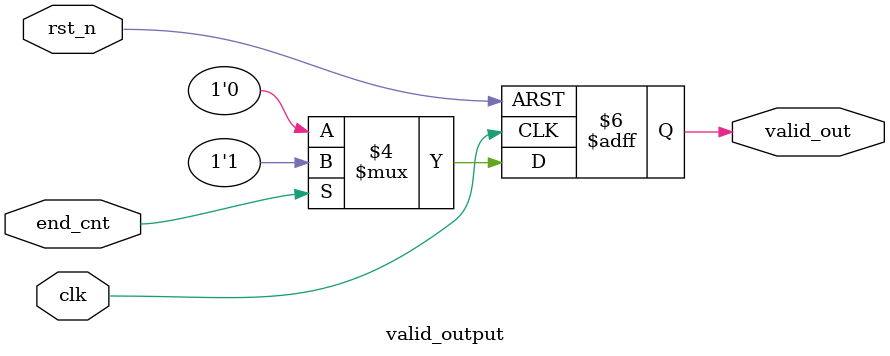
<source format=v>
`timescale 1ns/1ns

module verified_accu (
    input               clk,
    input               rst_n,
    input       [7:0]   data_in,
    input               valid_in,

    output              valid_out,
    output      [9:0]   data_out
);

    wire [1:0] count;
    wire add_cnt;
    wire end_cnt;
    wire ready_add;
    wire [9:0] data_out_reg;

    // Instantiate the counter module
    counter u_counter (
        .clk(clk),
        .rst_n(rst_n),
        .add_cnt(add_cnt),
        .end_cnt(end_cnt),
        .count(count)
    );

    // Instantiate the data accumulation module
    data_accumulator u_data_accumulator (
        .clk(clk),
        .rst_n(rst_n),
        .data_in(data_in),
        .add_cnt(add_cnt),
        .data_out(data_out_reg)
    );

    // Instantiate the valid output module
    valid_output u_valid_output (
        .clk(clk),
        .rst_n(rst_n),
        .end_cnt(end_cnt),
        .valid_out(valid_out)
    );

    assign add_cnt = ready_add;
    assign end_cnt = ready_add && (count == 'd3);
    assign ready_add = !valid_out | valid_in;
    assign data_out = data_out_reg;

endmodule

module counter (
    input               clk,
    input               rst_n,
    input               add_cnt,
    input               end_cnt,
    output reg [1:0]   count
);

    always @(posedge clk or negedge rst_n) begin
        if (!rst_n) begin
            count <= 0;
        end
        else if (end_cnt) begin
            count <= 0;
        end
        else if (add_cnt) begin
            count <= count + 1;
        end
    end

endmodule

module data_accumulator (
    input               clk,
    input               rst_n,
    input       [7:0]   data_in,
    input               add_cnt,
    output reg [9:0]   data_out
);

    reg [9:0] data_out_reg;

    always @(posedge clk or negedge rst_n) begin
        if (!rst_n) begin
            data_out_reg <= 0;
        end
        else if (add_cnt && (data_out_reg == 0)) begin
            data_out_reg <= data_in;
        end
        else if (add_cnt) begin
            data_out_reg <= data_out_reg + data_in;
        end
    end

    always @(posedge clk or negedge rst_n) begin
        if (!rst_n) begin
            data_out <= 0;
        end
        else begin
            data_out <= data_out_reg;
        end
    end

endmodule

module valid_output (
    input               clk,
    input               rst_n,
    input               end_cnt,
    output reg         valid_out
);

    always @(posedge clk or negedge rst_n) begin
        if (!rst_n) begin
            valid_out <= 0;
        end
        else if (end_cnt) begin
            valid_out <= 1;
        end
        else begin
            valid_out <= 0;
        end
    end

endmodule
</source>
